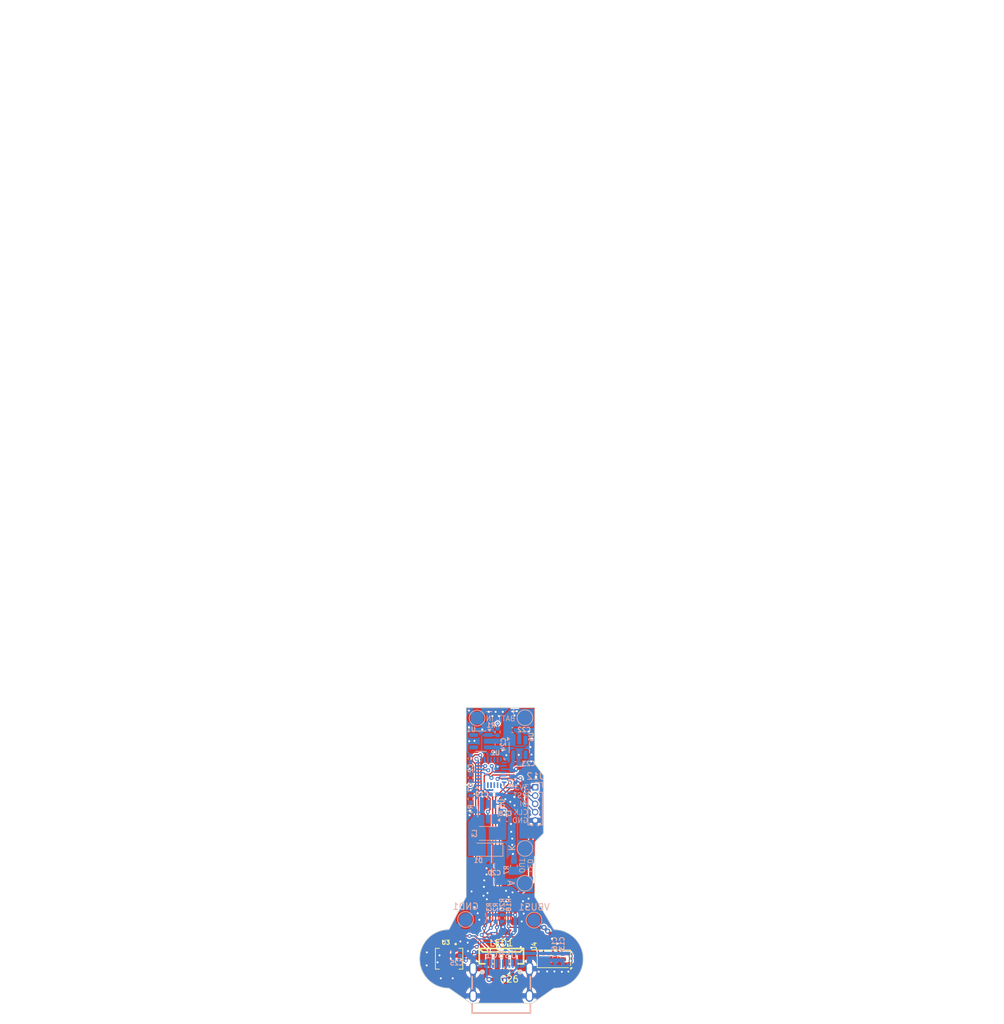
<source format=kicad_pcb>
(kicad_pcb (version 20241229) (generator "pcbnew") (generator_version "9.0")
  (layers (0 "F.Cu" signal) (4 "In1.Cu" signal) (6 "In2.Cu" signal) (2 "B.Cu" signal) (13 "F.Paste" user) (15 "B.Paste" user) (5 "F.SilkS" user "F.Silkscreen") (7 "B.SilkS" user "B.Silkscreen") (1 "F.Mask" user) (3 "B.Mask" user) (25 "Edge.Cuts" user))
  (net 0 "")
  (net 1 "GND")
  (net 2 "+BATT")
  (net 3 "/Mcu-unit: STM32/NRST")
  (net 4 "+3V3")
  (net 5 "Net-(U5-COMP)")
  (net 6 "/TPS61165/LEDA")
  (net 7 "/Mcu-unit: STM32/PA4_LOW_BATT")
  (net 8 "Net-(D1-A)")
  (net 9 "/Mcu-unit: STM32/SWCLK")
  (net 10 "/Mcu-unit: STM32/SWDIO")
  (net 11 "/Mcu-unit: STM32/PA1_ToF_GPIO")
  (net 12 "/TPS61165/LEDK")
  (net 15 "/Mcu-unit: STM32/PA0_LED_CTRL")
  (net 18 "/Mcu-unit: STM32/PA8_ToF_XSHUT")
  (net 20 "Net-(U2-BOOT0)")
  (net 21 "/Mcu-unit: STM32/PA9_I2C_SCL")
  (net 22 "/Mcu-unit: STM32/PA10_I2C_SDA")
  (net 25 "/Mcu-unit: STM32/PA2_STH_GPIO_INT")
  (net 34 "Net-(VBUS1-Pin_1)")
  (footprint "1-COB-MOD:LED-SMD_4P-L6.8-W2.4_VEML7700-TR" (layer "F.Cu") (at 145.691 167.328)
    (property "Reference" "LED1")
    (property "Value" "~")
  )
  (footprint "1-COB-MOD:XDCR_STHS34PF80TR" (layer "F.Cu") (at 137.671 167.053 -90)
    (property "Reference" "U3")
    (property "Value" "STHS34PF80")
  )
  (footprint "Sensor_Distance:ST_VL53L1x" (layer "F.Cu") (at 153.746 167.078 180)
    (property "Reference" "U4")
    (property "Value" "VL53L0CXV0DH1")
  )
  (footprint "Capacitor_SMD:C_0402_1005Metric" (layer "F.Cu") (at 146.896 169.028 180)
    (property "Reference" "C26")
    (property "Value" "100nF/16V")
  )
  (footprint "TestPoint:TestPoint_Pad_D2.0mm" (layer "B.Cu") (at 150.696 161.128 180)
    (property "Reference" "VBUS1")
    (property "Value" "-")
  )
  (footprint "TestPoint:TestPoint_Pad_D2.0mm" (layer "B.Cu") (at 140.196 161.028 180)
    (property "Reference" "GND1")
    (property "Value" "-")
  )
  (footprint "Resistor_SMD:R_0402_1005Metric" (layer "B.Cu") (at 144.807002 160.818 90)
    (property "Reference" "R2")
    (property "Value" "100k")
  )
  (footprint "1-COB-MOD:L_Murata_DFE201610P" (layer "B.Cu") (at 143.557002 147.828 180)
    (property "Reference" "L3")
    (property "Value" "10uH/0.5A")
  )
  (footprint "Capacitor_SMD:C_0402_1005Metric" (layer "B.Cu") (at 144.607002 152.828 180)
    (property "Reference" "C20")
    (property "Value" "1uF/25V")
  )
  (footprint "Capacitor_SMD:C_0402_1005Metric" (layer "B.Cu") (at 147.857002 137.178)
    (property "Reference" "C23")
    (property "Value" "1uF/25V")
  )
  (footprint "Resistor_SMD:R_0402_1005Metric" (layer "B.Cu") (at 145.807002 160.818 90)
    (property "Reference" "R20")
    (property "Value" "10k")
  )
  (footprint "Capacitor_SMD:C_0402_1005Metric" (layer "B.Cu") (at 147.207002 138.628 90)
    (property "Reference" "C8")
    (property "Value" "100nF/16V")
  )
  (footprint "Package_TO_SOT_SMD:SOT-23-5" (layer "B.Cu") (at 148.444502 134.628 -90)
    (property "Reference" "U6")
    (property "Value" "NCP718xSN330")
  )
  (footprint "TestPoint:TestPoint_Pad_D2.0mm" (layer "B.Cu") (at 141.957002 130.128 90)
    (property "Reference" "J2" (hide yes))
    (property "Value" "-")
  )
  (footprint "Resistor_SMD:R_0402_1005Metric" (layer "B.Cu") (at 143.804717 160.812134 90)
    (property "Reference" "R3")
    (property "Value" "100k")
  )
  (footprint "Connector_PinHeader_1.27mm:PinHeader_1x05_P1.27mm_Vertical" (layer "B.Cu") (at 150.876 140.753 180)
    (property "Reference" "J12")
    (property "Value" "Conn_01x05")
  )
  (footprint "Resistor_SMD:R_0402_1005Metric" (layer "B.Cu") (at 145.107002 132.278 90)
    (property "Reference" "R1")
    (property "Value" "100k")
  )
  (footprint "Capacitor_SMD:C_0603_1608Metric" (layer "B.Cu") (at 147.607002 152.828 90)
    (property "Reference" "R7")
    (property "Value" "1.3R")
  )
  (footprint "Diode_SMD:D_SOD-123" (layer "B.Cu") (at 143.557002 150.328 180)
    (property "Reference" "D1")
    (property "Value" "MBR0540")
  )
  (footprint "Capacitor_SMD:C_0402_1005Metric" (layer "B.Cu") (at 145.107002 134.178 90)
    (property "Reference" "C24")
    (property "Value" "100nF/16V")
  )
  (footprint "Capacitor_SMD:C_0402_1005Metric" (layer "B.Cu") (at 144.557002 141.842071)
    (property "Reference" "C19")
    (property "Value" "220nF/16V")
  )
  (footprint "Resistor_SMD:R_0402_1005Metric" (layer "B.Cu") (at 140.957002 142.528 90)
    (property "Reference" "R4")
    (property "Value" "10k")
  )
  (footprint "Capacitor_SMD:C_0402_1005Metric" (layer "B.Cu") (at 140.957002 136.328 -90)
    (property "Reference" "C2")
    (property "Value" "100nF/16V")
  )
  (footprint "Capacitor_SMD:C_0402_1005Metric" (layer "B.Cu") (at 153.921 166.803 90)
    (property "Reference" "C16")
    (property "Value" "100nF/16V")
  )
  (footprint "TestPoint:TestPoint_Pad_D2.0mm" (layer "B.Cu") (at 149.307002 155.478 90)
    (property "Reference" "J3" (hide yes))
    (property "Value" "A")
  )
  (footprint "TestPoint:TestPoint_Pad_D2.0mm" (layer "B.Cu") (at 149.307002 150.128 90)
    (property "Reference" "J9" (hide yes))
    (property "Value" "K")
  )
  (footprint "Resistor_SMD:R_0402_1005Metric" (layer "B.Cu") (at 146.807002 160.828 90)
    (property "Reference" "R18")
    (property "Value" "10k")
  )
  (footprint "Package_DFN_QFN:QFN-28_4x4mm_P0.5mm" (layer "B.Cu") (at 144.107002 138.478)
    (property "Reference" "U2")
    (property "Value" "STM32L031G6U6")
  )
  (footprint "Capacitor_SMD:C_0402_1005Metric" (layer "B.Cu") (at 146.557002 145.628)
    (property "Reference" "C18")
    (property "Value" "4.7uF/10V")
  )
  (footprint "Package_TO_SOT_SMD:SOT-23-5" (layer "B.Cu") (at 142.557002 133.678 180)
    (property "Reference" "U1")
    (property "Value" "BD4840G-TR")
  )
  (footprint "TestPoint:TestPoint_Pad_D2.0mm" (layer "B.Cu") (at 149.307002 130.078 90)
    (property "Reference" "J1" (hide yes))
    (property "Value" "+")
  )
  (footprint "Capacitor_SMD:C_0402_1005Metric" (layer "B.Cu") (at 140.957002 139.298 90)
    (property "Reference" "C7")
    (property "Value" "4.7uF/10V")
  )
  (footprint "Capacitor_SMD:C_0402_1005Metric" (layer "B.Cu") (at 147.387002 131.978)
    (property "Reference" "C22")
    (property "Value" "1uF/25V")
  )
  (footprint "Package_TO_SOT_SMD:SOT-23-6" (layer "B.Cu") (at 143.619502 144.478 90)
    (property "Reference" "U5")
    (property "Value" "TPS61165DBV")
  )
  (footprint "Capacitor_SMD:C_0402_1005Metric" (layer "B.Cu") (at 155.096 166.803 -90)
    (property "Reference" "C13")
    (property "Value" "4.7uF/10V")
  )
  (footprint "Capacitor_SMD:C_0402_1005Metric" (layer "B.Cu") (at 138.821 166.553)
    (property "Reference" "C25")
    (property "Value" "100nF/16V")
  )
  (footprint "1-COB-MOD:USB-C_SMD-TYPE-C-31-M-12" (layer "B.Cu") (at 145.671 170.2795 180)
    (property "Reference" "USBC1")
    (property "Value" "~")
    (fp_poly (pts (xy 3.271792 1.254447) (xy 3.246455 1.349006) (xy 3.197508 1.433786) (xy 3.128286 1.503008) (xy 3.043506 1.551955) (xy 2.948947 1.577292) (xy 2.851053 1.577292) (xy 2.756494 1.551955) (xy 2.671714 1.503008) (xy 2.602492 1.433786) (xy 2.553545 1.349006) (xy 2.528208 1.254447) (xy 2.528208 1.156553) (xy 2.553545 1.061994) (xy 2.602492 0.977214) (xy 2.671714 0.907992) (xy 2.756494 0.859045) (xy 2.851053 0.833708) (xy 2.948947 0.833708) (xy 3.043506 0.859045) (xy 3.128286 0.907992) (xy 3.197508 0.977214) (xy 3.246455 1.061994) (xy 3.271792 1.156553)) (fill yes) (layer "Edge.Cuts"))
    (fp_poly (pts (xy -2.528208 1.254447) (xy -2.553545 1.349006) (xy -2.602492 1.433786) (xy -2.671714 1.503008) (xy -2.756494 1.551955) (xy -2.851053 1.577292) (xy -2.948947 1.577292) (xy -3.043506 1.551955) (xy -3.128286 1.503008) (xy -3.197508 1.433786) (xy -3.246455 1.349006) (xy -3.271792 1.254447) (xy -3.271792 1.156553) (xy -3.246455 1.061994) (xy -3.197508 0.977214) (xy -3.128286 0.907992) (xy -3.043506 0.859045) (xy -2.948947 0.833708) (xy -2.851053 0.833708) (xy -2.756494 0.859045) (xy -2.671714 0.907992) (xy -2.602492 0.977214) (xy -2.553545 1.061994) (xy -2.528208 1.156553)) (fill yes) (layer "Edge.Cuts"))
  )
  (gr_arc (start 153.744266 162.577722) (mid 158.244266 167.077722) (end 153.744266 171.577722) (stroke (width 0.1)) (layer "Edge.Cuts"))
  (gr_line (start 152.146 138.938) (end 152.146 147.828) (stroke (width 0.1)) (layer "Edge.Cuts"))
  (gr_line (start 152.146 147.828) (end 150.876 149.098) (stroke (width 0.1)) (layer "Edge.Cuts"))
  (gr_line (start 150.471 173.878) (end 153.744266 171.577722) (stroke (width 0.1)) (layer "Edge.Cuts"))
  (gr_line (start 149.996 173.878) (end 150.471 173.878) (stroke (width 0.1)) (layer "Edge.Cuts"))
  (gr_line (start 150.796 128.528) (end 150.796 137.128) (stroke (width 0.1)) (layer "Edge.Cuts"))
  (gr_arc (start 137.646 171.575032) (mid 133.146 167.075032) (end 137.646 162.575032) (stroke (width 0.1)) (layer "Edge.Cuts"))
  (gr_line (start 140.296 128.528) (end 150.796 128.528) (stroke (width 0.1)) (layer "Edge.Cuts"))
  (gr_line (start 150.796 137.128) (end 152.146 138.938) (stroke (width 0.1)) (layer "Edge.Cuts"))
  (gr_line (start 137.646 162.575032) (end 140.296 157.528) (stroke (width 0.1)) (layer "Edge.Cuts"))
  (gr_line (start 150.796 157.528) (end 153.744266 162.577722) (stroke (width 0.1)) (layer "Edge.Cuts"))
  (gr_line (start 137.646 171.575032) (end 140.996 173.878) (stroke (width 0.1)) (layer "Edge.Cuts"))
  (gr_line (start 150.876 149.098) (end 150.796 157.528) (stroke (width 0.1)) (layer "Edge.Cuts"))
  (gr_line (start 140.996 173.878) (end 149.996 173.878) (stroke (width 0.1)) (layer "Edge.Cuts"))
  (gr_line (start 140.296 157.528) (end 140.296 128.528) (stroke (width 0.1)) (layer "Edge.Cuts"))
  (gr_text "GND" (at 149.86 146.304 0) (layer "B.SilkS") (effects (font (size 0.8 0.8) (thickness 0.1)) (justify left bottom mirror)))
  (gr_text "+" (at 147.057002 129.828 270) (layer "B.SilkS") (effects (font (size 1 1)) (justify left bottom mirror)))
  (gr_text "BATT IN" (at 145.557002 130.678 0) (layer "B.SilkS") (effects (font (size 0.8 0.8) (thickness 0.1)) (justify bottom mirror)))
  (gr_text "LED\nOUT" (at 148.357002 152.778 270) (layer "B.SilkS") (effects (font (size 0.8 0.8) (thickness 0.1)) (justify bottom mirror)))
  (gr_text "CLK" (at 149.86 145.034 0) (layer "B.SilkS") (effects (font (size 0.8 0.8) (thickness 0.1)) (justify left bottom mirror)))
  (gr_text "A" (at 146.557002 155.978 270) (layer "B.SilkS") (effects (font (size 1 1)) (justify left bottom mirror)))
  (gr_text "RST" (at 149.733 142.494 0) (layer "B.SilkS") (effects (font (size 0.8 0.8) (thickness 0.1)) (justify left bottom mirror)))
  (gr_text "K" (at 146.657002 150.628 270) (layer "B.SilkS") (effects (font (size 1 1)) (justify left bottom mirror)))
  (gr_text "-" (at 143.107002 128.628 180) (layer "B.SilkS") (effects (font (size 1 1)) (justify left bottom mirror)))
  (gr_text "DI" (at 149.733 143.764 0) (layer "B.SilkS") (effects (font (size 0.8 0.8) (thickness 0.1)) (justify left bottom mirror)))
  (gr_text "3V3" (at 149.987 141.224 0) (layer "B.SilkS") (effects (font (size 0.8 0.8) (thickness 0.1)) (justify left bottom mirror)))
  (segment (start 155.096001 167.078) (end 154.546 167.628001) (width 0.2) (layer "F.Cu") (net 1))
  (segment (start 154.546 167.878) (end 153.746 167.878) (width 0.2) (layer "F.Cu") (net 1))
  (segment (start 155.346 167.078) (end 155.096001 167.078) (width 0.2) (layer "F.Cu") (net 1))
  (segment (start 137.171 168.83) (end 137.147 168.854) (width 0.2) (layer "F.Cu") (net 1))
  (segment (start 136.196 168.854) (end 135.896 168.554) (width 0.2) (layer "F.Cu") (net 1))
  (segment (start 137.171 168.328) (end 137.171 168.83) (width 0.2) (layer "F.Cu") (net 1))
  (segment (start 137.671 168.328) (end 137.171 168.328) (width 0.2) (layer "F.Cu") (net 1))
  (segment (start 152.946 167.628001) (end 152.395999 167.078) (width 0.2) (layer "F.Cu") (net 1))
  (segment (start 152.395999 167.078) (end 152.146 167.078) (width 0.2) (layer "F.Cu") (net 1))
  (segment (start 153.746 167.878) (end 152.946 167.878) (width 0.2) (layer "F.Cu") (net 1))
  (segment (start 135.896 168.554) (end 135.896 167.603) (width 0.2) (layer "F.Cu") (net 1))
  (segment (start 137.147 168.854) (end 136.196 168.854) (width 0.2) (layer "F.Cu") (net 1))
  (segment (start 154.546 167.628001) (end 154.546 167.878) (width 0.2) (layer "F.Cu") (net 1))
  (segment (start 152.946 167.878) (end 152.946 167.628001) (width 0.2) (layer "F.Cu") (net 1))
  (via (at 143.757002 129.178) (size 0.61) (drill 0.3) (layers "F.Cu" "B.Cu") (net 1))
  (via (at 140.707002 131.528) (size 0.61) (drill 0.3) (layers "F.Cu" "B.Cu") (net 1))
  (via (at 147.407002 156.878) (size 0.61) (drill 0.3) (layers "F.Cu" "B.Cu") (net 1))
  (via (at 146.407002 158.278) (size 0.61) (drill 0.3) (layers "F.Cu" "B.Cu") (net 1))
  (via (at 143.557002 156.978) (size 0.61) (drill 0.3) (layers "F.Cu" "B.Cu") (net 1))
  (via (at 142.307002 161.078) (size 0.61) (drill 0.3) (layers "F.Cu" "B.Cu") (net 1))
  (via (at 148.807002 161.328) (size 0.61) (drill 0.3) (layers "F.Cu" "B.Cu") (net 1))
  (via (at 139.396 164.403) (size 0.61) (drill 0.3) (layers "F.Cu" "B.Cu") (net 1))
  (via (at 142.95135 157.385736) (size 0.61) (drill 0.3) (layers "F.Cu" "B.Cu") (net 1))
  (via (at 144.607002 135.378) (size 0.61) (drill 0.3) (layers "F.Cu" "B.Cu") (net 1))
  (via (at 142.79463 142.180256) (size 0.61) (drill 0.3) (layers "F.Cu" "B.Cu") (net 1))
  (via (at 145.307002 129.828) (size 0.61) (drill 0.3) (layers "F.Cu" "B.Cu") (net 1))
  (via (at 147.357002 149.578) (size 0.61) (drill 0.3) (layers "F.Cu" "B.Cu") (net 1))
  (via (at 152.721 169.003) (size 0.61) (drill 0.3) (layers "F.Cu" "B.Cu") (net 1))
  (via (at 147.157002 146.378) (size 0.61) (drill 0.3) (layers "F.Cu" "B.Cu") (net 1))
  (via (at 147.357002 148.628) (size 0.61) (drill 0.3) (layers "F.Cu" "B.Cu") (net 1))
  (via (at 150.257002 136.778) (size 0.61) (drill 0.3) (layers "F.Cu" "B.Cu") (net 1))
  (via (at 143.407002 154.128) (size 0.61) (drill 0.3) (layers "F.Cu" "B.Cu") (net 1))
  (via (at 142.057002 160.078) (size 0.61) (drill 0.3) (layers "F.Cu" "B.Cu") (net 1))
  (via (at 136.396 170.053) (size 0.61) (drill 0.3) (layers "F.Cu" "B.Cu") (net 1))
  (via (at 154.971 169.053) (size 0.61) (drill 0.3) (layers "F.Cu" "B.Cu") (net 1))
  (via (at 135.896 167.603) (size 0.61) (drill 0.3) (layers "F.Cu" "B.Cu") (net 1))
  (via (at 149.107002 160.128) (size 0.61) (drill 0.3) (layers "F.Cu" "B.Cu") (net 1))
  (via (at 146.307002 142.578) (size 0.61) (drill 0.3) (layers "F.Cu" "B.Cu") (net 1))
  (via (at 148.671 165.253) (size 0.61) (drill 0.3) (layers "F.Cu" "B.Cu") (net 1))
  (via (at 144.307002 129.828) (size 0.61) (drill 0.3) (layers "F.Cu" "B.Cu") (net 1))
  (via (at 147.057002 142.978) (size 0.61) (drill 0.3) (layers "F.Cu" "B.Cu") (net 1))
  (via (at 140.967604 141.206456) (size 0.61) (drill 0.3) (layers "F.Cu" "B.Cu") (net 1))
  (via (at 140.571 165.878) (size 0.61) (drill 0.3) (layers "F.Cu" "B.Cu") (net 1))
  (via (at 140.857002 144.328) (size 0.61) (drill 0.3) (layers "F.Cu" "B.Cu") (net 1))
  (via (at 150.157002 134.578) (size 0.61) (drill 0.3) (layers "F.Cu" "B.Cu") (net 1))
  (via (at 140.521 164.578) (size 0.61) (drill 0.3) (layers "F.Cu" "B.Cu") (net 1))
  (via (at 141.607002 159.178) (size 0.61) (drill 0.3) (layers "F.Cu" "B.Cu") (net 1))
  (via (at 134.221 168.078) (size 0.61) (drill 0.3) (layers "F.Cu" "B.Cu") (net 1))
  (via (at 153.821 169.003) (size 0.61) (drill 0.3) (layers "F.Cu" "B.Cu") (net 1))
  (via (at 145.107002 137.578) (size 0.61) (drill 0.3) (layers "F.Cu" "B.Cu") (net 1))
  (via (at 145.557002 159.328) (size 0.61) (drill 0.3) (layers "F.Cu" "B.Cu") (net 1))
  (via (at 149.007002 158.228) (size 0.61) (drill 0.3) (layers "F.Cu" "B.Cu") (net 1))
  (via (at 151.421 169.028) (size 0.61) (drill 0.3) (layers "F.Cu" "B.Cu") (net 1))
  (via (at 151.003 139.192) (size 0.8) (drill 0.4) (layers "F.Cu" "B.Cu") (net 1))
  (via (at 150.271 165.378) (size 0.61) (drill 0.3) (layers "F.Cu" "B.Cu") (net 1))
  (via (at 144.807002 129.178) (size 0.61) (drill 0.3) (layers "F.Cu" "B.Cu") (net 1))
  (via (at 145.940554 162.18996) (size 0.61) (drill 0.3) (layers "F.Cu" "B.Cu") (net 1))
  (via (at 140.827002 137.928) (size 0.61) (drill 0.3) (layers "F.Cu" "B.Cu") (net 1))
  (via (at 145.857002 135.078) (size 0.61) (drill 0.3) (layers "F.Cu" "B.Cu") (net 1))
  (via (at 149.557002 159.028) (size 0.61) (drill 0.3) (layers "F.Cu" "B.Cu") (net 1))
  (via (at 141.107002 156.728) (size 0.61) (drill 0.3) (layers "F.Cu" "B.Cu") (net 1))
  (via (at 140.707002 128.978) (size 0.61) (drill 0.3) (layers "F.Cu" "B.Cu") (net 1))
  (via (at 146.407002 156.628) (size 0.61) (drill 0.3) (layers "F.Cu" "B.Cu") (net 1))
  (via (at 155.971 169.028) (size 0.61) (drill 0.3) (layers "F.Cu" "B.Cu") (net 1))
  (via (at 143.457002 157.928) (size 0.61) (drill 0.3) (layers "F.Cu" "B.Cu") (net 1))
  (via (at 136.196 166.528) (size 0.61) (drill 0.3) (layers "F.Cu" "B.Cu") (net 1))
  (via (at 140.807002 145.028) (size 0.61) (drill 0.3) (layers "F.Cu" "B.Cu") (net 1))
  (via (at 134.246 166.078) (size 0.61) (drill 0.3) (layers "F.Cu" "B.Cu") (net 1))
  (via (at 143.057002 155.028) (size 0.61) (drill 0.3) (layers "F.Cu" "B.Cu") (net 1))
  (via (at 146.807002 157.578) (size 0.61) (drill 0.3) (layers "F.Cu" "B.Cu") (net 1))
  (via (at 136.746 164.353) (size 0.61) (drill 0.3) (layers "F.Cu" "B.Cu") (net 1))
  (via (at 143.407002 153.178) (size 0.61) (drill 0.3) (layers "F.Cu" "B.Cu") (net 1))
  (via (at 145.907002 129.178) (size 0.61) (drill 0.3) (layers "F.Cu" "B.Cu") (net 1))
  (via (at 153.446 163.978) (size 0.61) (drill 0.3) (layers "F.Cu" "B.Cu") (net 1))
  (via (at 141.557002 133.628) (size 0.61) (drill 0.3) (layers "F.Cu" "B.Cu") (net 1))
  (via (at 140.757002 133.678) (size 0.61) (drill 0.3) (layers "F.Cu" "B.Cu") (net 1))
  (via (at 149.857002 157.828) (size 0.61) (drill 0.3) (layers "F.Cu" "B.Cu") (net 1))
  (via (at 147.707002 143.528) (size 0.61) (drill 0.3) (layers "F.Cu" "B.Cu") (net 1))
  (via (at 147.657002 142.228) (size 0.61) (drill 0.3) (layers "F.Cu" "B.Cu") (net 1))
  (via (at 147.207002 147.578) (size 0.61) (drill 0.3) (layers "F.Cu" "B.Cu") (net 1))
  (via (at 149.907002 132.178) (size 0.61) (drill 0.3) (layers "F.Cu" "B.Cu") (net 1))
  (via (at 147.457002 150.978) (size 0.61) (drill 0.3) (layers "F.Cu" "B.Cu") (net 1))
  (via (at 142.757002 131.878) (size 0.61) (drill 0.3) (layers "F.Cu" "B.Cu") (net 1))
  (via (at 148.257002 140.178) (size 0.61) (drill 0.3) (layers "F.Cu" "B.Cu") (net 1))
  (via (at 154.346 164.728) (size 0.61) (drill 0.3) (layers "F.Cu" "B.Cu") (net 1))
  (via (at 148.357002 135.778) (size 0.61) (drill 0.3) (layers "F.Cu" "B.Cu") (net 1))
  (via (at 138.221 170.053) (size 0.61) (drill 0.3) (layers "F.Cu" "B.Cu") (net 1))
  (via (at 143.007002 156.028) (size 0.61) (drill 0.3) (layers "F.Cu" "B.Cu") (net 1))
  (via (at 150.307002 135.728) (size 0.61) (drill 0.3) (layers "F.Cu" "B.Cu") (net 1))
  (via (at 150.357002 133.278) (size 0.61) (drill 0.3) (layers "F.Cu" "B.Cu") (net 1))
  (via (at 146.457002 135.828) (size 0.61) (drill 0.3) (layers "F.Cu" "B.Cu") (net 1))
  (segment (start 141.414 167.8055) (end 142.02 167.8055) (width 0.5) (layer "B.Cu") (net 1))
  (segment (start 141.346 167.8735) (end 141.414 167.8055) (width 0.5) (layer "B.Cu") (net 1))
  (segment (start 149.228 167.8055) (end 148.822 167.8055) (width 0.5) (layer "B.Cu") (net 1))
  (segment (start 140.98556 141.206456) (end 140.967604 141.206456) (width 0.2) (layer "B.Cu") (net 1))
  (segment (start 148.444502 133.4905) (end 148.444502 132.5555) (width 0.5) (layer "B.Cu") (net 1))
  (segment (start 141.346 168.5735) (end 141.346 167.8735) (width 0.5) (layer "B.Cu") (net 1))
  (segment (start 149.996 168.5735) (end 149.228 167.8055) (width 0.5) (layer "B.Cu") (net 1))
  (segment (start 148.444502 132.5555) (end 147.867002 131.978) (width 0.5) (layer "B.Cu") (net 1))
  (segment (start 141.716516 140.4755) (end 140.98556 141.206456) (width 0.2) (layer "B.Cu") (net 1))
  (segment (start 140.456002 133.979) (end 140.757002 133.678) (width 0.2) (layer "B.Cu") (net 1))
  (segment (start 142.607002 140.4755) (end 141.716516 140.4755) (width 0.2) (layer "B.Cu") (net 1))
  (segment (start 140.456002 135.347) (end 140.456002 133.979) (width 0.2) (layer "B.Cu") (net 1))
  (segment (start 140.957002 135.848) (end 140.456002 135.347) (width 0.2) (layer "B.Cu") (net 1))
  (via (at 146.107002 144.328) (size 0.61) (drill 0.3) (layers "F.Cu" "B.Cu") (net 2))
  (via (at 148.057002 129.078) (size 0.61) (drill 0.3) (layers "F.Cu" "B.Cu") (net 2))
  (via (at 147.407002 129.128) (size 0.61) (drill 0.3) (layers "F.Cu" "B.Cu") (net 2))
  (via (at 147.707002 129.728) (size 0.61) (drill 0.3) (layers "F.Cu" "B.Cu") (net 2))
  (via (at 146.107002 144.978) (size 0.61) (drill 0.3) (layers "F.Cu" "B.Cu") (net 2))
  (segment (start 149.394502 134.1405) (end 149.082002 134.453) (width 0.2) (layer "B.Cu") (net 2))
  (segment (start 145.087002 133.678) (end 145.107002 133.698) (width 0.2) (layer "B.Cu") (net 2))
  (segment (start 147.494502 134.1905) (end 147.494502 133.4905) (width 0.2) (layer "B.Cu") (net 2))
  (segment (start 149.082002 134.453) (end 147.757002 134.453) (width 0.2) (layer "B.Cu") (net 2))
  (segment (start 143.694502 133.678) (end 145.087002 133.678) (width 0.2) (layer "B.Cu") (net 2))
  (segment (start 147.757002 134.453) (end 147.494502 134.1905) (width 0.2) (layer "B.Cu") (net 2))
  (segment (start 149.394502 133.4905) (end 149.394502 134.1405) (width 0.2) (layer "B.Cu") (net 2))
  (segment (start 144.166092 139.306785) (end 144.166092 139.07646) (width 0.2) (layer "F.Cu") (net 3))
  (segment (start 148.157002 139.378) (end 148.607002 139.378) (width 0.2) (layer "F.Cu") (net 3))
  (segment (start 147.639389 138.860387) (end 148.157002 139.378) (width 0.2) (layer "F.Cu") (net 3))
  (segment (start 144.166092 139.07646) (end 144.382165 138.860387) (width 0.2) (layer "F.Cu") (net 3))
  (segment (start 144.382165 138.860387) (end 147.639389 138.860387) (width 0.2) (layer "F.Cu") (net 3))
  (via (at 148.607002 139.378) (size 0.61) (drill 0.3) (layers "F.Cu" "B.Cu") (net 3))
  (via (at 144.166092 139.306785) (size 0.61) (drill 0.3) (layers "F.Cu" "B.Cu") (net 3))
  (segment (start 143.330361 138.851359) (end 142.965675 138.486673) (width 0.2) (layer "B.Cu") (net 3))
  (segment (start 148.863002 139.634) (end 148.863002 140.717108) (width 0.2) (layer "B.Cu") (net 3))
  (segment (start 142.965675 138.486673) (end 142.178175 138.486673) (width 0.2) (layer "B.Cu") (net 3))
  (segment (start 141.432002 137.628) (end 141.432002 138.253) (width 0.2) (layer "B.Cu") (net 3))
  (segment (start 150.168894 142.023) (end 150.876 142.023) (width 0.2) (layer "B.Cu") (net 3))
  (segment (start 144.166092 139.306785) (end 143.710666 138.851359) (width 0.2) (layer "B.Cu") (net 3))
  (segment (start 141.432002 138.253) (end 141.657002 138.478) (width 0.2) (layer "B.Cu") (net 3))
  (segment (start 142.178175 138.486673) (end 142.169502 138.478) (width 0.2) (layer "B.Cu") (net 3))
  (segment (start 148.607002 139.378) (end 148.863002 139.634) (width 0.2) (layer "B.Cu") (net 3))
  (segment (start 141.657002 138.478) (end 142.169502 138.478) (width 0.2) (layer "B.Cu") (net 3))
  (segment (start 143.710666 138.851359) (end 143.330361 138.851359) (width 0.2) (layer "B.Cu") (net 3))
  (segment (start 148.863002 140.717108) (end 150.168894 142.023) (width 0.2) (layer "B.Cu") (net 3))
  (segment (start 140.957002 137.153) (end 141.432002 137.628) (width 0.2) (layer "B.Cu") (net 3))
  (segment (start 140.957002 136.808) (end 140.957002 137.153) (width 0.2) (layer "B.Cu") (net 3))
  (segment (start 149.607002 147.728) (end 150.207002 148.328) (width 0.5) (layer "F.Cu") (net 4))
  (segment (start 137.671 167.326) (end 138.171 167.826) (width 0.2) (layer "F.Cu") (net 4))
  (segment (start 156.046 167.878) (end 155.346 167.878) (width 0.5) (layer "F.Cu") (net 4))
  (segment (start 136.671 167.826) (end 137.171 167.326) (width 0.2) (layer "F.Cu") (net 4))
  (segment (start 156.321 167.603) (end 156.046 167.878) (width 0.5) (layer "F.Cu") (net 4))
  (segment (start 147.807002 157.728) (end 147.807002 160.328) (width 0.5) (layer "F.Cu") (net 4))
  (segment (start 140.221 167.326) (end 137.671 167.326) (width 0.25) (layer "F.Cu") (net 4))
  (segment (start 140.969 166.578) (end 140.221 167.326) (width 0.25) (layer "F.Cu") (net 4))
  (segment (start 146.326 167.328) (end 146.326 166.298) (width 0.2) (layer "F.Cu") (net 4))
  (segment (start 148.307002 157.228) (end 147.907002 157.628) (width 0.5) (layer "F.Cu") (net 4))
  (segment (start 137.671 165.778) (end 137.671 167.326) (width 0.2) (layer "F.Cu") (net 4))
  (segment (start 136.671 168.328) (end 136.671 167.826) (width 0.2) (layer "F.Cu") (net 4))
  (segment (start 149.607002 140.716) (end 149.607002 147.728) (width 0.5) (layer "F.Cu") (net 4))
  (segment (start 150.207002 155.328) (end 148.307002 157.228) (width 0.5) (layer "F.Cu") (net 4))
  (segment (start 146.326 167.328) (end 146.326 168.938) (width 0.3) (layer "F.Cu") (net 4))
  (segment (start 156.321 166.378) (end 156.321 167.603) (width 0.5) (layer "F.Cu") (net 4))
  (segment (start 137.171 167.326) (end 137.671 167.326) (width 0.2) (layer "F.Cu") (net 4))
  (segment (start 148.054099 137.828) (end 149.607002 137.828) (width 0.5) (layer "F.Cu") (net 4))
  (segment (start 138.171 167.826) (end 138.171 168.328) (width 0.2) (layer "F.Cu") (net 4))
  (segment (start 149.607002 137.828) (end 149.607002 140.716) (width 0.5) (layer "F.Cu") (net 4))
  (segment (start 150.207002 148.328) (end 150.207002 155.328) (width 0.5) (layer "F.Cu") (net 4))
  (segment (start 155.346 166.278) (end 156.221 166.278) (width 0.5) (layer "F.Cu") (net 4))
  (segment (start 146.326 168.938) (end 146.416 169.028) (width 0.3) (layer "F.Cu") (net 4))
  (segment (start 140.969 166.555) (end 140.969 166.578) (width 0.25) (layer "F.Cu") (net 4))
  (segment (start 147.557002 163.078) (end 147.557002 163.267355) (width 0.2) (layer "F.Cu") (net 4))
  (segment (start 150.876 140.753) (end 149.644002 140.753) (width 0.5) (layer "F.Cu") (net 4))
  (segment (start 147.907002 157.628) (end 147.807002 157.728) (width 0.5) (layer "F.Cu") (net 4))
  (segment (start 146.326 166.298) (end 146.596 166.028) (width 0.2) (layer "F.Cu") (net 4))
  (segment (start 149.644002 140.753) (end 149.607002 140.716) (width 0.5) (layer "F.Cu") (net 4))
  (segment (start 156.221 166.278) (end 156.321 166.378) (width 0.5) (layer "F.Cu") (net 4))
  (segment (start 147.939684 137.942415) (end 148.054099 137.828) (width 0.5) (layer "F.Cu") (net 4))
  (segment (start 141.496 166.028) (end 140.969 166.555) (width 0.25) (layer "F.Cu") (net 4))
  (via (at 156.321 167.378) (size 0.61) (drill 0.3) (layers "F.Cu" "B.Cu") (net 4))
  (via (at 141.496 166.028) (size 0.61) (drill 0.3) (layers "F.Cu" "B.Cu") (net 4))
  (via (at 140.221 167.326) (size 0.61) (drill 0.3) (layers "F.Cu" "B.Cu") (net 4))
  (via (at 156.321 166.653) (size 0.61) (drill 0.3) (layers "F.Cu" "B.Cu") (net 4))
  (via (at 140.957002 140.378) (size 0.61) (drill 0.3) (layers "F.Cu" "B.Cu") (net 4))
  (via (at 147.807002 160.328) (size 0.61) (drill 0.3) (layers "F.Cu" "B.Cu") (net 4))
  (via (at 146.596 166.028) (size 0.61) (drill 0.3) (layers "F.Cu" "B.Cu") (net 4))
  (via (at 143.674343 138.146922) (size 0.61) (drill 0.3) (layers "F.Cu" "B.Cu") (net 4))
  (via (at 147.557002 163.078) (size 0.61) (drill 0.3) (layers "F.Cu" "B.Cu") (net 4))
  (via (at 147.939684 137.942415) (size 0.61) (drill 0.3) (layers "F.Cu" "B.Cu") (net 4))
  (via (at 145.107002 130.978) (size 0.61) (drill 0.3) (layers "F.Cu" "B.Cu") (net 4))
  (segment (start 147.057002 166.229966) (end 147.320295 166.229966) (width 0.5) (layer "B.Cu") (net 4))
  (segment (start 142.852958 137.978) (end 142.169502 137.978) (width 0.2) (layer "B.Cu") (net 4))
  (segment (start 147.797002 160.318) (end 147.807002 160.328) (width 0.2) (layer "B.Cu") (net 4))
  (segment (start 141.496 166.028) (end 141.546 166.078) (width 0.5) (layer "B.Cu") (net 4))
  (segment (start 156.321 166.378) (end 156.321 166.653) (width 0.25) (layer "B.Cu") (net 4))
  (segment (start 143.804717 160.302134) (end 144.801136 160.302134) (width 0.2) (layer "B.Cu") (net 4))
  (segment (start 139.448 166.553) (end 140.221 167.326) (width 0.5) (layer "B.Cu") (net 4))
  (segment (start 156.321 166.928) (end 156.321 167.378) (width 0.25) (layer "B.Cu") (net 4))
  (segment (start 147.321853 166.228408) (end 147.320295 166.229966) (width 0.25) (layer "B.Cu") (net 4))
  (segment (start 147.207002 137.348) (end 147.377002 137.178) (width 0.5) (layer "B.Cu") (net 4))
  (segment (start 148.296 166.228408) (end 147.321853 166.228408) (width 0.5) (layer "B.Cu") (net 4))
  (segment (start 143.614094 138.086673) (end 142.961631 138.086673) (width 0.2) (layer "B.Cu") (net 4))
  (segment (start 145.107002 131.768) (end 145.107002 130.978) (width 0.2) (layer "B.Cu") (net 4))
  (segment (start 147.207002 138.148) (end 147.207002 137.348) (width 0.5) (layer "B.Cu") (net 4))
  (segment (start 143.674343 138.146922) (end 143.614094 138.086673) (width 0.2) (layer "B.Cu") (net 4))
  (segment (start 140.957002 139.778) (end 141.157002 139.978) (width 0.2) (layer "B.Cu") (net 4))
  (segment (start 139.301 166.553) (end 139.448 166.553) (width 0.5) (layer "B.Cu") (net 4))
  (segment (start 146.708968 166.229966) (end 147.057002 166.229966) (width 0.5) (layer "B.Cu") (net 4))
  (segment (start 156.171408 166.228408) (end 156.321 166.378) (width 0.25) (layer "B.Cu") (net 4))
  (segment (start 145.817002 160.318) (end 145.807002 160.308) (width 0.2) (layer "B.Cu") (net 4))
  (segment (start 140.957002 139.778) (end 140.957002 140.378) (width 0.2) (layer "B.Cu") (net 4))
  (segment (start 146.044502 137.978) (end 147.037002 137.978) (width 0.2) (layer "B.Cu") (net 4))
  (segment (start 146.807002 160.318) (end 145.817002 160.318) (width 0.2) (layer "B.Cu") (net 4))
  (segment (start 146.807002 160.318) (end 147.797002 160.318) (width 0.2) (layer "B.Cu") (net 4))
  (segment (start 146.557002 166.078) (end 146.564001 166.084999) (width 0.25) (layer "B.Cu") (net 4))
  (segment (start 146.564001 166.084999) (end 146.708968 166.229966) (width 0.5) (layer "B.Cu") (net 4))
  (segment (start 141.157002 139.978) (end 142.109502 139.978) (width 0.2) (layer "B.Cu") (net 4))
  (segment (start 145.807002 160.308) (end 144.807002 160.308) (width 0.2) (layer "B.Cu") (net 4))
  (segment (start 142.961631 138.086673) (end 142.852958 137.978) (width 0.2) (layer "B.Cu") (net 4))
  (segment (start 146.307002 165.828) (end 146.564001 166.084999) (width 0.5) (layer "B.Cu") (net 4))
  (segment (start 141.546 166.078) (end 146.557002 166.078) (width 0.5) (layer "B.Cu") (net 4))
  (segment (start 147.939684 137.942415) (end 147.939684 138.145318) (width 0.5) (layer "B.Cu") (net 4))
  (segment (start 147.494502 137.0605) (end 147.377002 137.178) (width 0.5) (layer "B.Cu") (net 4))
  (segment (start 147.807002 160.328) (end 147.807002 162.828) (width 0.5) (layer "B.Cu") (net 4))
  (segment (start 144.801136 160.302134) (end 144.807002 160.308) (width 0.2) (layer "B.Cu") (net 4))
  (segment (start 147.939684 138.145318) (end 147.937002 138.148) (width 0.5) (layer "B.Cu") (net 4))
  (segment (start 147.807002 162.828) (end 146.307002 164.328) (width 0.5) (layer "B.Cu") (net 4))
  (segment (start 147.037002 137.978) (end 147.207002 138.148) (width 0.2) (layer "B.Cu") (net 4))
  (segment (start 147.937002 138.148) (end 147.207002 138.148) (width 0.5) (layer "B.Cu") (net 4))
  (segment (start 147.494502 135.7655) (end 147.494502 137.0605) (width 0.5) (layer "B.Cu") (net 4))
  (segment (start 148.296 166.228408) (end 156.171408 166.228408) (width 0.5) (layer "B.Cu") (net 4))
  (segment (start 146.307002 164.328) (end 146.307002 165.828) (width 0.5) (layer "B.Cu") (net 4))
  (segment (start 143.619502 142.013666) (end 143.791097 141.842071) (width 0.2) (layer "B.Cu") (net 5))
  (segment (start 143.619502 142.013666) (end 143.619502 143.3405) (width 0.2) (layer "B.Cu") (net 5))
  (segment (start 145.107002 132.788) (end 143.754502 132.788) (width 0.2) (layer "B.Cu") (net 7))
  (segment (start 143.607002 135.628) (end 143.607002 136.5405) (width 0.2) (layer "B.Cu") (net 7))
  (segment (start 142.857002 135.378) (end 143.357002 135.378) (width 0.2) (layer "B.Cu") (net 7))
  (segment (start 142.907002 132.728) (end 142.657002 132.978) (width 0.2) (layer "B.Cu") (net 7))
  (segment (start 142.657002 132.978) (end 142.657002 135.178) (width 0.2) (layer "B.Cu") (net 7))
  (segment (start 142.657002 135.178) (end 142.857002 135.378) (width 0.2) (layer "B.Cu") (net 7))
  (segment (start 143.357002 135.378) (end 143.607002 135.628) (width 0.2) (layer "B.Cu") (net 7))
  (segment (start 143.694502 132.728) (end 142.907002 132.728) (width 0.2) (layer "B.Cu") (net 7))
  (segment (start 143.754502 132.788) (end 143.694502 132.728) (width 0.2) (layer "B.Cu") (net 7))
  (segment (start 145.607002 140.778) (end 146.307002 141.478) (width 0.2) (layer "B.Cu") (net 9))
  (segment (start 146.307002 141.478) (end 147.791 141.478) (width 0.2) (layer "B.Cu") (net 9))
  (segment (start 145.607002 140.4755) (end 145.607002 140.778) (width 0.2) (layer "B.Cu") (net 9))
  (segment (start 147.791 141.478) (end 150.876 144.563) (width 0.2) (layer "B.Cu") (net 9))
  (segment (start 146.104502 139.978) (end 146.104502 140.4755) (width 0.2) (layer "B.Cu") (net 10))
  (segment (start 146.104502 140.4755) (end 146.457002 140.828) (width 0.2) (layer "B.Cu") (net 10))
  (segment (start 146.457002 140.828) (end 148.406794 140.828) (width 0.2) (layer "B.Cu") (net 10))
  (segment (start 150.871794 143.293) (end 150.876 143.293) (width 0.2) (layer "B.Cu") (net 10))
  (segment (start 148.406794 140.828) (end 150.871794 143.293) (width 0.2) (layer "B.Cu") (net 10))
  (segment (start 143.223102 159.2941) (end 142.13888 158.209878) (width 0.2) (layer "F.Cu") (net 11))
  (segment (start 143.045312 161.90679) (end 143.223102 161.729) (width 0.2) (layer "F.Cu") (net 11))
  (segment (start 145.071 164.203) (end 144.121 163.253) (width 0.2) (layer "F.Cu") (net 11))
  (segment (start 143.458002 159.529) (end 143.338055 159.409053) (width 0.2) (layer "F.Cu") (net 11))
  (segment (start 143.338055 159.409053) (end 143.223102 159.2941) (width 0.2) (layer "F.Cu") (net 11))
  (segment (start 143.458002 161.1619) (end 143.458002 159.8612) (width 0.2) (layer "F.Cu") (net 11))
  (segment (start 143.458002 161.4941) (end 143.458002 161.1619) (width 0.2) (layer "F.Cu") (net 11))
  (segment (start 142.13888 137.023656) (end 142.13888 136.659878) (width 0.2) (layer "F.Cu") (net 11))
  (segment (start 151.296 164.203) (end 145.071 164.203) (width 0.2) (layer "F.Cu") (net 11))
  (segment (start 152.146 166.278) (end 152.146 165.053) (width 0.2) (layer "F.Cu") (net 11))
  (segment (start 152.146 165.053) (end 151.296 164.203) (width 0.2) (layer "F.Cu") (net 11))
  (segment (start 143.338055 161.614047) (end 143.458002 161.4941) (width 0.2) (layer "F.Cu") (net 11))
  (segment (start 143.458002 159.8612) (end 143.458002 159.529) (width 0.2) (layer "F.Cu") (net 11))
  (segment (start 142.13888 136.659878) (end 141.857002 136.378) (width 0.2) (layer "F.Cu") (net 11))
  (segment (start 143.421 163.253) (end 143.045312 162.877312) (width 0.2) (layer "F.Cu") (net 11))
  (segment (start 143.045312 162.381863) (end 143.045312 161.90679) (width 0.2) (layer "F.Cu") (net 11))
  (segment (start 142.13888 137.355856) (end 142.13888 137.023656) (width 0.2) (layer "F.Cu") (net 11))
  (segment (start 142.13888 158.209878) (end 142.13888 137.355856) (width 0.2) (layer "F.Cu") (net 11))
  (segment (start 144.121 163.253) (end 143.421 163.253) (width 0.2) (layer "F.Cu") (net 11))
  (segment (start 143.045312 162.877312) (end 143.045312 162.381863) (width 0.2) (layer "F.Cu") (net 11))
  (segment (start 143.223102 161.729) (end 143.338055 161.614047) (width 0.2) (layer "F.Cu") (net 11))
  (via (at 141.857002 136.378) (size 0.61) (drill 0.3) (layers "F.Cu" "B.Cu") (net 11))
  (via (at 143.045312 162.381863) (size 0.61) (drill 0.3) (layers "F.Cu" "B.Cu") (net 11))
  (segment (start 142.109502 136.6305) (end 142.109502 136.978) (width 0.2) (layer "B.Cu") (net 11))
  (segment (start 141.857002 136.378) (end 142.109502 136.6305) (width 0.2) (layer "B.Cu") (net 11))
  (segment (start 143.045312 162.381863) (end 143.412002 162.015173) (width 0.2) (layer "B.Cu") (net 11))
  (segment (start 143.412002 162.015173) (end 143.412002 161.714849) (width 0.2) (layer "B.Cu") (net 11))
  (segment (start 143.412002 161.714849) (end 143.804717 161.322134) (width 0.2) (layer "B.Cu") (net 11))
  (segment (start 148.157002 145.278) (end 148.157002 148.978) (width 0.2) (layer "B.Cu") (net 12))
  (segment (start 144.569502 143.3405) (end 144.587236 143.358234) (width 0.2) (layer "B.Cu") (net 12))
  (segment (start 146.237236 143.358234) (end 148.157002 145.278) (width 0.2) (layer "B.Cu") (net 12))
  (segment (start 148.157002 148.978) (end 149.307002 150.128) (width 0.2) (layer "B.Cu") (net 12))
  (segment (start 144.587236 143.358234) (end 146.237236 143.358234) (width 0.2) (layer "B.Cu") (net 12))
  (segment (start 143.212231 137.481673) (end 143.212231 137.604964) (width 0.2) (layer "F.Cu") (net 15))
  (segment (start 142.557002 141.078) (end 143.956002 142.477) (width 0.2) (layer "F.Cu") (net 15))
  (segment (start 143.956002 142.477) (end 143.956002 144.160889) (width 0.2) (layer "F.Cu") (net 15))
  (segment (start 142.557002 138.260193) (end 142.557002 141.078) (width 0.2) (layer "F.Cu") (net 15))
  (segment (start 143.956002 144.160889) (end 143.608891 144.508) (width 0.2) (layer "F.Cu") (net 15))
  (segment (start 143.212231 137.604964) (end 142.557002 138.260193) (width 0.2) (layer "F.Cu") (net 15))
  (via (at 143.608891 144.508) (size 0.61) (drill 0.3) (layers "F.Cu" "B.Cu") (net 15))
  (via (at 143.212231 137.481673) (size 0.61) (drill 0.3) (layers "F.Cu" "B.Cu") (net 15))
  (segment (start 143.212231 137.481673) (end 143.208558 137.478) (width 0.2) (layer "B.Cu") (net 15))
  (segment (start 143.608891 145.604889) (end 143.619502 145.6155) (width 0.2) (layer "B.Cu") (net 15))
  (segment (start 143.208558 137.478) (end 142.169502 137.478) (width 0.2) (layer "B.Cu") (net 15))
  (segment (start 143.608891 144.508) (end 143.608891 145.604889) (width 0.2) (layer "B.Cu") (net 15))
  (segment (start 142.6682 163.398) (end 142.6682 163.5002) (width 0.2) (layer "F.Cu") (net 18))
  (segment (start 144.772 164.604) (end 151.047 164.604) (width 0.2) (layer "F.Cu") (net 18))
  (segment (start 142.6682 163.5002) (end 142.921 163.753) (width 0.2) (layer "F.Cu") (net 18))
  (segment (start 142.921 163.753) (end 143.921 163.753) (width 0.2) (layer "F.Cu") (net 18))
  (segment (start 144.358002 161.1612) (end 144.358002 159.8619) (width 0.2) (layer "F.Cu") (net 18))
  (segment (start 151.896001 167.878) (end 152.146 167.878) (width 0.2) (layer "F.Cu") (net 18))
  (segment (start 151.346 164.903) (end 151.346 167.327999) (width 0.2) (layer "F.Cu") (net 18))
  (segment (start 144.057002 161.4622) (end 144.358002 161.1612) (width 0.2) (layer "F.Cu") (net 18))
  (segment (start 143.307002 138.751922) (end 143.924944 138.751922) (width 0.2) (layer "F.Cu") (net 18))
  (segment (start 144.057002 162.328) (end 144.057002 161.4622) (width 0.2) (layer "F.Cu") (net 18))
  (segment (start 143.057002 139.001922) (end 143.307002 138.751922) (width 0.2) (layer "F.Cu") (net 18))
  (segment (start 144.357002 138.319863) (end 144.357002 137.631806) (width 0.2) (layer "F.Cu") (net 18))
  (segment (start 143.924944 138.751922) (end 144.357002 138.319863) (width 0.2) (layer "F.Cu") (net 18))
  (segment (start 151.047 164.604) (end 151.346 164.903) (width 0.2) (layer "F.Cu") (net 18))
  (segment (start 143.057002 140.90454) (end 143.057002 139.001922) (width 0.2) (layer "F.Cu") (net 18))
  (segment (start 144.357002 137.631806) (end 144.207209 137.482013) (width 0.2) (layer "F.Cu") (net 18))
  (segment (start 151.346 167.327999) (end 151.896001 167.878) (width 0.2) (layer "F.Cu") (net 18))
  (segment (start 144.357002 159.8609) (end 144.357002 142.20454) (width 0.2) (layer "F.Cu") (net 18))
  (segment (start 143.921 163.753) (end 144.772 164.604) (width 0.2) (layer "F.Cu") (net 18))
  (segment (start 144.358002 159.8619) (end 144.357002 159.8609) (width 0.2) (layer "F.Cu") (net 18))
  (segment (start 144.357002 142.20454) (end 143.057002 140.90454) (width 0.2) (layer "F.Cu") (net 18))
  (via (at 142.6682 163.398) (size 0.61) (drill 0.3) (layers "F.Cu" "B.Cu") (net 18))
  (via (at 144.207209 137.482013) (size 0.61) (drill 0.3) (layers "F.Cu" "B.Cu") (net 18))
  (via (at 144.057002 162.328) (size 0.61) (drill 0.3) (layers "F.Cu" "B.Cu") (net 18))
  (segment (start 144.207209 137.482013) (end 144.279343 137.554147) (width 0.2) (layer "B.Cu") (net 18))
  (segment (start 144.279343 138.150341) (end 144.557002 138.428) (width 0.2) (layer "B.Cu") (net 18))
  (segment (start 144.557002 138.428) (end 145.994502 138.428) (width 0.2) (layer "B.Cu") (net 18))
  (segment (start 142.9882 163.078) (end 143.307002 163.078) (width 0.2) (layer "B.Cu") (net 18))
  (segment (start 145.994502 138.428) (end 146.044502 138.478) (width 0.2) (layer "B.Cu") (net 18))
  (segment (start 142.6682 163.398) (end 142.9882 163.078) (width 0.2) (layer "B.Cu") (net 18))
  (segment (start 144.279343 137.554147) (end 144.279343 138.150341) (width 0.2) (layer "B.Cu") (net 18))
  (segment (start 143.307002 163.078) (end 144.057002 162.328) (width 0.2) (layer "B.Cu") (net 18))
  (segment (start 144.057002 162.328) (end 144.807002 161.578) (width 0.2) (layer "B.Cu") (net 18))
  (segment (start 144.807002 161.578) (end 144.807002 161.328) (width 0.2) (layer "B.Cu") (net 18))
  (segment (start 142.357002 141.278) (end 141.617002 142.018) (width 0.2) (layer "B.Cu") (net 20))
  (segment (start 142.907002 141.278) (end 142.357002 141.278) (width 0.2) (layer "B.Cu") (net 20))
  (segment (start 143.107002 141.078) (end 142.907002 141.278) (width 0.2) (layer "B.Cu") (net 20))
  (segment (start 143.107002 140.4155) (end 143.107002 141.078) (width 0.2) (layer "B.Cu") (net 20))
  (segment (start 141.617002 142.018) (end 140.957002 142.018) (width 0.2) (layer "B.Cu") (net 20))
  (segment (start 151.495999 162.978) (end 148.996 162.978) (width 0.2) (layer "F.Cu") (net 21))
  (segment (start 147.612002 140.623) (end 147.612002 139.583) (width 0.2) (layer "F.Cu") (net 21))
  (segment (start 154.546 166.278) (end 154.546 166.028001) (width 0.2) (layer "F.Cu") (net 21))
  (segment (start 145.396 165.328) (end 145.396 165.323) (width 0.2) (layer "F.Cu") (net 21))
  (segment (start 146.705281 159.476279) (end 145.407002 158.178) (width 0.2) (layer "F.Cu") (net 21))
  (segment (start 147.407002 139.378) (end 145.197003 139.378) (width 0.2) (layer "F.Cu") (net 21))
  (segment (start 141.896 165.228) (end 139.221 165.228) (width 0.2) (layer "F.Cu") (net 21))
  (segment (start 147.596 167.328) (end 147.596 165.528) (width 0.2) (layer "F.Cu") (net 21))
  (segment (start 154.546 166.028001) (end 151.495999 162.978) (width 0.2) (layer "F.Cu") (net 21))
  (segment (start 148.271 162.253) (end 148.271 162.228) (width 0.2) (layer "F.Cu") (net 21))
  (segment (start 145.197003 139.378) (end 145.102002 139.473001) (width 0.2) (layer "F.Cu") (net 21))
  (segment (start 148.271 162.228) (end 146.957002 162.228) (width 0.2) (layer "F.Cu") (net 21))
  (segment (start 147.396 165.328) (end 145.396 165.328) (width 0.2) (layer "F.Cu") (net 21))
  (segment (start 147.357002 140.878) (end 147.612002 140.623) (width 0.2) (layer "F.Cu") (net 21))
  (segment (start 146.705281 161.726279) (end 146.705281 159.476279) (width 0.2) (layer "F.Cu") (net 21))
  (segment (start 148.996 162.978) (end 148.271 162.253) (width 0.2) (layer "F.Cu") (net 21))
  (segment (start 147.596 165.528) (end 147.396 165.328) (width 0.2) (layer "F.Cu") (net 21))
  (segment (start 146.957002 162.228) (end 146.807002 162.078) (width 0.2) (layer "F.Cu") (net 21))
  (segment (start 147.612002 139.583) (end 147.407002 139.378) (width 0.2) (layer "F.Cu") (net 21))
  (segment (start 146.705281 161.726279) (end 146.705281 161.976279) (width 0.2) (layer "F.Cu") (net 21))
  (segment (start 139.221 165.228) (end 138.671 165.778) (width 0.2) (layer "F.Cu") (net 21))
  (segment (start 145.424202 142.4608) (end 147.007002 140.878) (width 0.2) (layer "F.Cu") (net 21))
  (segment (start 145.424202 144.1952) (end 145.424202 142.4608) (width 0.2) (layer "F.Cu") (net 21))
  (segment (start 145.407002 144.2124) (end 145.424202 144.1952) (width 0.2) (layer "F.Cu") (net 21))
  (segment (start 147.007002 140.878) (end 147.357002 140.878) (width 0.2) (layer "F.Cu") (net 21))
  (segment (start 146.705281 161.976279) (end 146.807002 162.078) (width 0.2) (layer "F.Cu") (net 21))
  (segment (start 145.407002 158.178) (end 145.407002 144.2124) (width 0.2) (layer "F.Cu") (net 21))
  (via (at 146.807002 162.078) (size 0.61) (drill 0.3) (layers "F.Cu" "B.Cu") (net 21))
  (via (at 145.102002 139.473001) (size 0.61) (drill 0.3) (layers "F.Cu" "B.Cu") (net 21))
  (via (at 145.396 165.323) (size 0.61) (drill 0.3) (layers "F.Cu" "B.Cu") (net 21))
  (via (at 141.896 165.228) (size 0.61) (drill 0.3) (layers "F.Cu" "B.Cu") (net 21))
  (segment (start 141.896 165.228) (end 142.58923 164.53477) (width 0.2) (layer "B.Cu") (net 21))
  (segment (start 146.807002 163.048768) (end 146.807002 162.078) (width 0.2) (layer "B.Cu") (net 21))
  (segment (start 145.321 164.53477) (end 146.807002 163.048768) (width 0.2) (layer "B.Cu") (net 21))
  (segment (start 145.396 165.323) (end 145.396 164.60977) (width 0.2) (layer "B.Cu") (net 21))
  (segment (start 142.58923 164.53477) (end 145.321 164.53477) (width 0.2) (layer "B.Cu") (net 21))
  (segment (start 145.102002 139.473001) (end 145.307002 139.268001) (width 0.2) (layer "B.Cu") (net 21))
  (segment (start 145.307002 139.263614) (end 145.592616 138.978) (width 0.2) (layer "B.Cu") (net 21))
  (segment (start 146.807002 162.078) (end 146.807002 161.338) (width 0.2) (layer "B.Cu") (net 21))
  (segment (start 145.307002 139.268001) (end 145.307002 139.263614) (width 0.2) (layer "B.Cu") (net 21))
  (segment (start 145.396 164.60977) (end 145.321 164.53477) (width 0.2) (layer "B.Cu") (net 21))
  (segment (start 145.592616 138.978) (end 146.044502 138.978) (width 0.2) (layer "B.Cu") (net 21))
  (segment (start 143.786 167.328) (end 143.786 165.638) (width 0.2) (layer "F.Cu") (net 22))
  (segment (start 144.807002 160.580214) (end 144.807002 142.228) (width 0.2) (layer "F.Cu") (net 22))
  (segment (start 138.894 163.553) (end 137.171 165.276) (width 0.2) (layer "F.Cu") (net 22))
  (segment (start 143.786 165.638) (end 141.701 163.553) (width 0.2) (layer "F.Cu") (net 22))
  (segment (start 145.005895 162.249801) (end 145.005895 161.42136) (width 0.2) (layer "F.Cu") (net 22))
  (segment (start 141.701 163.553) (end 140.796 163.553) (width 0.2) (layer "F.Cu") (net 22))
  (segment (start 144.807003 161.222468) (end 144.807003 160.580215) (width 0.2) (layer "F.Cu") (net 22))
  (segment (start 151.420999 163.703) (end 145.271 163.703) (width 0.2) (layer "F.Cu") (net 22))
  (segment (start 144.807002 142.228) (end 147.007002 140.028) (width 0.2) (layer "F.Cu") (net 22))
  (segment (start 153.746 166.278) (end 153.746 166.028001) (width 0.2) (layer "F.Cu") (net 22))
  (segment (start 137.171 165.276) (end 137.171 165.778) (width 0.2) (layer "F.Cu") (net 22))
  (segment (start 140.796 163.553) (end 138.894 163.553) (width 0.2) (layer "F.Cu") (net 22))
  (segment (start 153.746 166.028001) (end 151.420999 163.703) (width 0.2) (layer "F.Cu") (net 22))
  (segment (start 145.271 163.703) (end 145.005895 163.437895) (width 0.2) (layer "F.Cu") (net 22))
  (segment (start 145.005895 161.42136) (end 144.807003 161.222468) (width 0.2) (layer "F.Cu") (net 22))
  (segment (start 145.005895 163.437895) (end 145.005895 162.249801) (width 0.2) (layer "F.Cu") (net 22))
  (segment (start 144.807003 160.580215) (end 144.807002 160.580214) (width 0.2) (layer "F.Cu") (net 22))
  (via (at 147.007002 140.028) (size 0.61) (drill 0.3) (layers "F.Cu" "B.Cu") (net 22))
  (via (at 140.796 163.553) (size 0.61) (drill 0.3) (layers "F.Cu" "B.Cu") (net 22))
  (via (at 145.005895 162.249801) (size 0.61) (drill 0.3) (layers "F.Cu" "B.Cu") (net 22))
  (segment (start 144.796 163.053) (end 145.005895 162.843105) (width 0.2) (layer "B.Cu") (net 22))
  (segment (start 144.046 163.053) (end 144.796 163.053) (width 0.2) (layer "B.Cu") (net 22))
  (segment (start 146.044502 139.478) (end 146.518508 139.478) (width 0.2) (layer "B.Cu") (net 22))
  (segment (start 141.996 164.003) (end 143.096 164.003) (width 0.2) (layer "B.Cu") (net 22))
  (segment (start 140.796 163.553) (end 141.546 163.553) (width 0.2) (layer "B.Cu") (net 22))
  (segment (start 141.546 163.553) (end 141.996 164.003) (width 0.2) (layer "B.Cu") (net 22))
  (segment (start 145.005895 162.249801) (end 145.807002 161.448694) (width 0.2) (layer "B.Cu") (net 22))
  (segment (start 143.096 164.003) (end 144.046 163.053) (width 0.2) (layer "B.Cu") (net 22))
  (segment (start 145.005895 162.843105) (end 145.005895 162.249801) (width 0.2) (layer "B.Cu") (net 22))
  (segment (start 145.807002 161.448694) (end 145.807002 161.328) (width 0.2) (layer "B.Cu") (net 22))
  (segment (start 147.007002 139.966494) (end 147.007002 140.028) (width 0.2) (layer "B.Cu") (net 22))
  (segment (start 146.518508 139.478) (end 147.007002 139.966494) (width 0.2) (layer "B.Cu") (net 22))
  (segment (start 142.439312 161.94569) (end 143.057002 161.328) (width 0.2) (layer "F.Cu") (net 25))
  (segment (start 142.39626 135.772) (end 142.448795 135.824535) (width 0.2) (layer "F.Cu") (net 25))
  (segment (start 140.476 162.947) (end 141.74 162.947) (width 0.2) (layer "F.Cu") (net 25))
  (segment (start 138.671 168.328) (end 138.671 168.83) (width 0.2) (layer "F.Cu") (net 25))
  (segment (start 141.251002 136.702878) (end 141.251002 136.126986) (width 0.2) (layer "F.Cu") (net 25))
  (segment (start 135.596 169.378) (end 135.071 168.853) (width 0.2) (layer "F.Cu") (net 25))
  (segment (start 141.73788 158.375978) (end 141.73788 137.189756) (width 0.2) (layer "F.Cu") (net 25))
  (segment (start 140.271 163.152) (end 140.476 162.947) (width 0.2) (layer "F.Cu") (net 25))
  (segment (start 142.246 162.953) (end 142.439312 162.759688) (width 0.2) (layer "F.Cu") (net 25))
  (segment (start 141.746 162.953) (end 142.246 162.953) (width 0.2) (layer "F.Cu") (net 25))
  (segment (start 138.671 168.83) (end 138.123 169.378) (width 0.2) (layer "F.Cu") (net 25))
  (segment (start 143.057002 161.328) (end 143.057002 159.6951) (width 0.2) (layer "F.Cu") (net 25))
  (segment (start 142.439312 162.759688) (end 142.439312 161.94569) (width 0.2) (layer "F.Cu") (net 25))
  (segment (start 141.251002 136.126986) (end 141.605988 135.772) (width 0.2) (layer "F.Cu") (net 25))
  (segment (start 136.697 163.152) (end 140.271 163.152) (width 0.2) (layer "F.Cu") (net 25))
  (segment (start 141.605988 135.772) (end 142.39626 135.772) (width 0.2) (layer "F.Cu") (net 25))
  (segment (start 143.057002 159.6951) (end 141.73788 158.375978) (width 0.2) (layer "F.Cu") (net 25))
  (segment (start 141.74 162.947) (end 141.746 162.953) (width 0.2) (layer "F.Cu") (net 25))
  (segment (start 138.123 169.378) (end 135.596 169.378) (width 0.2) (layer "F.Cu") (net 25))
  (segment (start 141.73788 137.189756) (end 141.251002 136.702878) (width 0.2) (layer "F.Cu") (net 25))
  (segment (start 135.071 164.778) (end 136.697 163.152) (width 0.2) (layer "F.Cu") (net 25))
  (segment (start 135.071 168.853) (end 135.071 164.778) (width 0.2) (layer "F.Cu") (net 25))
  (via (at 142.448795 135.824535) (size 0.61) (drill 0.3) (layers "F.Cu" "B.Cu") (net 25))
  (segment (start 142.607002 136.4805) (end 142.607002 135.982742) (width 0.25) (layer "B.Cu") (net 25))
  (segment (start 142.607002 135.982742) (end 142.448795 135.824535) (width 0.25) (layer "B.Cu") (net 25))
  (segment (start 148.457 170.828) (end 155.240146 170.828) (width 0.5) (layer "F.Cu") (net 34))
  (segment (start 157.371 165.928) (end 154.621 163.178) (width 0.5) (layer "F.Cu") (net 34))
  (segment (start 154.621 163.178) (end 153.146 163.178) (width 0.5) (layer "F.Cu") (net 34))
  (segment (start 157.371 168.697146) (end 157.371 165.928) (width 0.5) (layer "F.Cu") (net 34))
  (segment (start 146.096 170.228) (end 143.796 170.228) (width 0.5) (layer "F.Cu") (net 34))
  (segment (start 146.196 170.628) (end 146.396 170.828) (width 0.5) (layer "F.Cu") (net 34))
  (segment (start 153.146 163.178) (end 152.221 162.253) (width 0.5) (layer "F.Cu") (net 34))
  (segment (start 146.396 170.828) (end 148.896 170.828) (width 0.5) (layer "F.Cu") (net 34))
  (segment (start 155.240146 170.828) (end 157.371 168.697146) (width 0.5) (layer "F.Cu") (net 34))
  (segment (start 146.196 170.328) (end 146.196 170.628) (width 0.5) (layer "F.Cu") (net 34))
  (segment (start 146.196 170.328) (end 146.096 170.228) (width 0.5) (layer "F.Cu") (net 34))
  (via (at 146.196 170.328) (size 0.8) (drill 0.4) (layers "F.Cu" "B.Cu") (net 34))
  (via (at 152.796 162.828) (size 0.8) (drill 0.4) (layers "F.Cu" "B.Cu") (net 34))
  (via (at 143.796 170.228) (size 0.8) (drill 0.4) (layers "F.Cu" "B.Cu") (net 34))
  (via (at 152.221 162.253) (size 0.8) (drill 0.4) (layers "F.Cu" "B.Cu") (net 34))
  (segment (start 151.821 162.253) (end 151.121 161.553) (width 0.5) (layer "B.Cu") (net 34))
  (segment (start 151.121 161.553) (end 151.096 161.553) (width 0.5) (layer "B.Cu") (net 34))
  (segment (start 148.221 168.303) (end 146.196 170.328) (width 0.3) (layer "B.Cu") (net 34))
  (segment (start 143.421 167.8055) (end 143.421 169.853) (width 0.3) (layer "B.Cu") (net 34))
  (segment (start 152.221 162.253) (end 151.821 162.253) (width 0.5) (layer "B.Cu") (net 34))
  (segment (start 143.42 167.932) (end 143.221 167.733) (width 0.3) (layer "B.Cu") (net 34))
  (segment (start 152.796 162.828) (end 152.221 162.253) (width 0.5) (layer "B.Cu") (net 34))
  (segment (start 148.221 167.8055) (end 148.221 168.303) (width 0.3) (layer "B.Cu") (net 34))
  (segment (start 143.421 169.853) (end 143.796 170.228) (width 0.3) (layer "B.Cu") (net 34))
  (zone (net 1) (net_name "GND") (layers "F.Cu" "B.Cu" "In1.Cu" "In2.Cu") (connect_pads (clearance 0.15)) (min_thickness 0.2) (fill yes (thermal_gap 0.5) (thermal_bridge_width 0.8))
    (polygon (pts (xy 150.807002 128.5715) (xy 162.071 174.153) (xy 126.746 173.753) (xy 133.146 151.853) (xy 140.307002 128.578)))
  )
  (zone (net 6) (net_name "/TPS61165/LEDA") (layer "B.Cu") (priority 3) (connect_pads yes (clearance 0.15)) (min_thickness 0.25) (fill yes (thermal_gap 0.5) (thermal_bridge_width 0.5))
    (polygon (pts (xy 144.357002 149.578) (xy 144.357002 154.328) (xy 144.607002 154.678) (xy 144.607002 155.728) (xy 147.357002 155.728) (xy 148.607002 156.828) (xy 150.557002 156.828) (xy 150.557002 154.428) (xy 148.457002 154.428) (xy 147.657002 154.778) (xy 146.257002 154.778) (xy 146.257002 149.578)))
  )
  (zone (net 2) (net_name "+BATT") (layer "B.Cu") (priority 5) (connect_pads yes (clearance 0.15)) (min_thickness 0.25) (fill yes (thermal_gap 0.5) (thermal_bridge_width 0.5))
    (polygon (pts (xy 150.657002 128.728) (xy 150.657002 131.428) (xy 147.707002 131.428) (xy 147.457002 131.728) (xy 147.457002 132.278) (xy 147.857002 132.728) (xy 147.857002 134.178) (xy 147.557002 134.378) (xy 146.057002 134.378) (xy 145.607002 134.078) (xy 143.007002 134.078) (xy 143.007002 133.278) (xy 145.607002 133.278) (xy 146.007002 132.928) (xy 146.007002 129.778) (xy 147.107002 128.728)))
  )
  (zone (net 2) (net_name "+BATT") (layer "B.Cu") (priority 1) (connect_pads yes (clearance 0.15)) (min_thickness 0.25) (fill yes (thermal_gap 0.5) (thermal_bridge_width 0.5))
    (polygon (pts (xy 146.457002 144.028) (xy 146.457002 148.828) (xy 143.757002 148.828) (xy 143.757002 146.778) (xy 145.157002 146.778) (xy 145.157002 146.378) (xy 144.157002 146.378) (xy 144.157002 144.878) (xy 145.129502 144.878) (xy 145.157002 144.028)))
  )
  (zone (net 12) (net_name "/TPS61165/LEDK") (layer "B.Cu") (priority 4) (connect_pads yes (clearance 0.15)) (min_thickness 0.25) (fill yes (thermal_gap 0.5) (thermal_bridge_width 0.5))
    (polygon (pts (xy 150.707002 148.828) (xy 150.707002 152.328) (xy 148.757002 154.178) (xy 146.757002 154.178) (xy 146.757002 152.928) (xy 148.257002 152.928) (xy 148.407002 152.678) (xy 148.407002 151.228) (xy 148.057002 150.778) (xy 148.057002 148.828)))
  )
  (zone (net 8) (net_name "Net-(D1-A)") (layer "B.Cu") (priority 2) (connect_pads yes (clearance 0.15)) (min_thickness 0.25) (fill yes (thermal_gap 0.5) (thermal_bridge_width 0.5))
    (polygon (pts (xy 143.057002 144.978) (xy 143.057002 146.828) (xy 143.307002 147.128) (xy 143.307002 151.278) (xy 140.607002 151.278) (xy 140.607002 146.078) (xy 141.381076 144.978)))
  )
)
</source>
